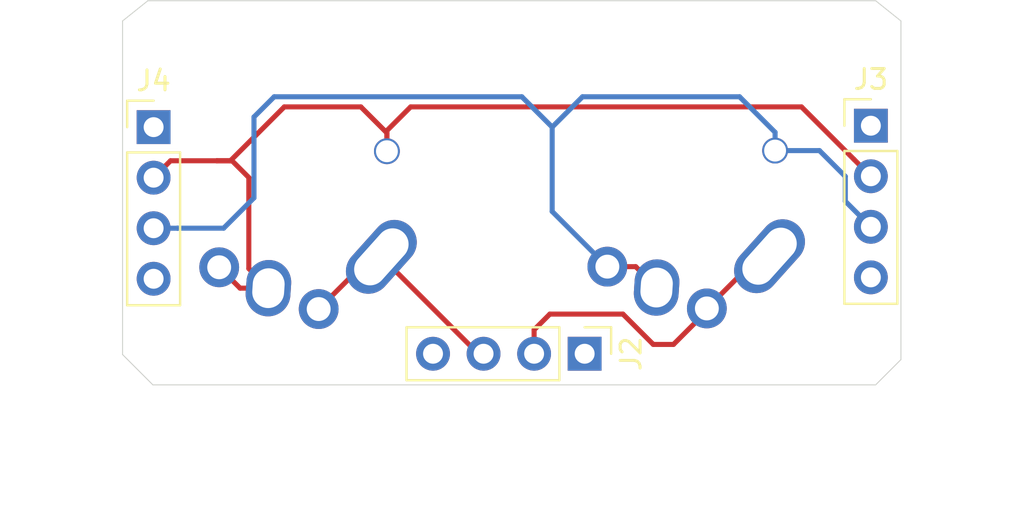
<source format=kicad_pcb>
(kicad_pcb (version 20171130) (host pcbnew "(5.1.4)-1")

  (general
    (thickness 1.6)
    (drawings 8)
    (tracks 51)
    (zones 0)
    (modules 5)
    (nets 11)
  )

  (page A4)
  (layers
    (0 F.Cu signal)
    (31 B.Cu signal)
    (32 B.Adhes user)
    (33 F.Adhes user)
    (34 B.Paste user)
    (35 F.Paste user)
    (36 B.SilkS user)
    (37 F.SilkS user)
    (38 B.Mask user)
    (39 F.Mask user)
    (40 Dwgs.User user)
    (41 Cmts.User user)
    (42 Eco1.User user)
    (43 Eco2.User user)
    (44 Edge.Cuts user)
    (45 Margin user)
    (46 B.CrtYd user)
    (47 F.CrtYd user)
    (48 B.Fab user)
    (49 F.Fab user)
  )

  (setup
    (last_trace_width 0.254)
    (trace_clearance 0.2)
    (zone_clearance 0.508)
    (zone_45_only no)
    (trace_min 0.2)
    (via_size 0.8)
    (via_drill 0.4)
    (via_min_size 0.4)
    (via_min_drill 0.3)
    (uvia_size 0.3)
    (uvia_drill 0.1)
    (uvias_allowed no)
    (uvia_min_size 0.2)
    (uvia_min_drill 0.1)
    (edge_width 0.05)
    (segment_width 0.2)
    (pcb_text_width 0.3)
    (pcb_text_size 1.5 1.5)
    (mod_edge_width 0.12)
    (mod_text_size 1 1)
    (mod_text_width 0.15)
    (pad_size 1.524 1.524)
    (pad_drill 0.762)
    (pad_to_mask_clearance 0.051)
    (solder_mask_min_width 0.25)
    (aux_axis_origin 0 0)
    (visible_elements 7FFFFFFF)
    (pcbplotparams
      (layerselection 0x010f0_ffffffff)
      (usegerberextensions true)
      (usegerberattributes false)
      (usegerberadvancedattributes false)
      (creategerberjobfile false)
      (excludeedgelayer true)
      (linewidth 0.100000)
      (plotframeref false)
      (viasonmask false)
      (mode 1)
      (useauxorigin false)
      (hpglpennumber 1)
      (hpglpenspeed 20)
      (hpglpendiameter 15.000000)
      (psnegative false)
      (psa4output false)
      (plotreference true)
      (plotvalue true)
      (plotinvisibletext false)
      (padsonsilk false)
      (subtractmaskfromsilk true)
      (outputformat 1)
      (mirror false)
      (drillshape 0)
      (scaleselection 1)
      (outputdirectory "Gerbers/ThumbKeys"))
  )

  (net 0 "")
  (net 1 COL5)
  (net 2 COL4)
  (net 3 TH35)
  (net 4 TH34)
  (net 5 "Net-(J2-Pad4)")
  (net 6 "Net-(J2-Pad1)")
  (net 7 "Net-(J3-Pad4)")
  (net 8 "Net-(J3-Pad1)")
  (net 9 "Net-(J4-Pad4)")
  (net 10 "Net-(J4-Pad1)")

  (net_class Default "This is the default net class."
    (clearance 0.2)
    (trace_width 0.254)
    (via_dia 0.8)
    (via_drill 0.4)
    (uvia_dia 0.3)
    (uvia_drill 0.1)
    (add_net COL4)
    (add_net COL5)
    (add_net "Net-(J2-Pad1)")
    (add_net "Net-(J2-Pad4)")
    (add_net "Net-(J3-Pad1)")
    (add_net "Net-(J3-Pad4)")
    (add_net "Net-(J4-Pad1)")
    (add_net "Net-(J4-Pad4)")
    (add_net TH34)
    (add_net TH35)
  )

  (net_class Power ""
    (clearance 0.2)
    (trace_width 0.5)
    (via_dia 0.8)
    (via_drill 0.4)
    (uvia_dia 0.3)
    (uvia_drill 0.1)
  )

  (module MX_Alps_Hybrid:MX-Alps-Choc-X-1U-NoLED (layer F.Cu) (tedit 5D8FF0D7) (tstamp 61D8A170)
    (at 114.961348 137.070919 180)
    (path /6171306D)
    (fp_text reference MX8 (at 0 3.175) (layer F.Fab)
      (effects (font (size 1 1) (thickness 0.15)))
    )
    (fp_text value MX-NoLED (at 0 -7.9375) (layer Dwgs.User)
      (effects (font (size 1 1) (thickness 0.15)))
    )
    (fp_line (start 5 -7) (end 7 -7) (layer Dwgs.User) (width 0.15))
    (fp_line (start 7 -7) (end 7 -5) (layer Dwgs.User) (width 0.15))
    (fp_line (start 5 7) (end 7 7) (layer Dwgs.User) (width 0.15))
    (fp_line (start 7 7) (end 7 5) (layer Dwgs.User) (width 0.15))
    (fp_line (start -7 5) (end -7 7) (layer Dwgs.User) (width 0.15))
    (fp_line (start -7 7) (end -5 7) (layer Dwgs.User) (width 0.15))
    (fp_line (start -5 -7) (end -7 -7) (layer Dwgs.User) (width 0.15))
    (fp_line (start -7 -7) (end -7 -5) (layer Dwgs.User) (width 0.15))
    (fp_line (start -9.525 -9.525) (end 9.525 -9.525) (layer Dwgs.User) (width 0.15))
    (fp_line (start 9.525 -9.525) (end 9.525 9.525) (layer Dwgs.User) (width 0.15))
    (fp_line (start 9.525 9.525) (end -9.525 9.525) (layer Dwgs.User) (width 0.15))
    (fp_line (start -9.525 9.525) (end -9.525 -9.525) (layer Dwgs.User) (width 0.15))
    (pad 1 thru_hole circle (at -3.429 2.032 180) (size 1.3 1.3) (drill 1.1) (layers *.Cu *.Mask)
      (net 4 TH34))
    (pad "" np_thru_hole oval (at -2.315 0.905 180) (size 0.5 4.1) (drill oval 0.5 4.1) (layers *.Cu *.Mask))
    (pad "" np_thru_hole oval (at 1.89 0.90416 180) (size 0.5 4.1) (drill oval 0.5 4.1) (layers *.Cu *.Mask))
    (pad "" np_thru_hole oval (at 2.285 0.905 180) (size 0.5 4.1) (drill oval 0.5 4.1) (layers *.Cu *.Mask))
    (pad "" np_thru_hole oval (at -0.015 2.705 180) (size 5.1 0.5) (drill oval 5.1 0.5) (layers *.Cu *.Mask))
    (pad "" np_thru_hole oval (at -0.015 -0.895 180) (size 5.1 0.5) (drill oval 5.1 0.5) (layers *.Cu *.Mask))
    (pad "" np_thru_hole oval (at -1.915 0.905 180) (size 0.5 4.1) (drill oval 0.5 4.1) (layers *.Cu *.Mask))
    (pad "" np_thru_hole oval (at -0.015 1.805 180) (size 5.1 1.5) (drill oval 5.1 1.5) (layers *.Cu *.Mask))
    (pad 2 thru_hole oval (at -3.15 -3.275 228.1) (size 4.211556 2.25) (drill oval 3.3 1.6) (layers *.Cu *.Mask)
      (net 2 COL4))
    (pad 1 thru_hole oval (at 2.525 -4.85 266.1) (size 2.831378 2.25) (drill oval 2 1.6) (layers *.Cu *.Mask)
      (net 4 TH34))
    (pad "" np_thru_hole oval (at 5.275 0 270) (size 1.75 2.175) (drill oval 1.75 2.175) (layers *.Cu *.Mask))
    (pad "" np_thru_hole oval (at -5.275 0 270) (size 1.75 2.175) (drill oval 1.75 2.175) (layers *.Cu *.Mask))
    (pad "" np_thru_hole circle (at 0 0 180) (size 3.9878 3.9878) (drill 3.9878) (layers *.Cu *.Mask))
    (pad 1 thru_hole circle (at 5 -3.799999 180) (size 2 2) (drill 1.2) (layers *.Cu *.Mask)
      (net 4 TH34))
    (pad 2 thru_hole circle (at 0 -5.9 180) (size 2 2) (drill 1.2) (layers *.Cu *.Mask)
      (net 2 COL4))
  )

  (module Connector_PinHeader_2.54mm:PinHeader_1x04_P2.54mm_Vertical (layer F.Cu) (tedit 59FED5CC) (tstamp 61D7ABBA)
    (at 87.158959 133.860357)
    (descr "Through hole straight pin header, 1x04, 2.54mm pitch, single row")
    (tags "Through hole pin header THT 1x04 2.54mm single row")
    (path /61D88A1F)
    (fp_text reference J4 (at 0 -2.33) (layer F.SilkS)
      (effects (font (size 1 1) (thickness 0.15)))
    )
    (fp_text value Conn_01x04_Female (at 0 9.95) (layer F.Fab)
      (effects (font (size 1 1) (thickness 0.15)))
    )
    (fp_text user %R (at 0 3.81 90) (layer F.Fab)
      (effects (font (size 1 1) (thickness 0.15)))
    )
    (fp_line (start 1.8 -1.8) (end -1.8 -1.8) (layer F.CrtYd) (width 0.05))
    (fp_line (start 1.8 9.4) (end 1.8 -1.8) (layer F.CrtYd) (width 0.05))
    (fp_line (start -1.8 9.4) (end 1.8 9.4) (layer F.CrtYd) (width 0.05))
    (fp_line (start -1.8 -1.8) (end -1.8 9.4) (layer F.CrtYd) (width 0.05))
    (fp_line (start -1.33 -1.33) (end 0 -1.33) (layer F.SilkS) (width 0.12))
    (fp_line (start -1.33 0) (end -1.33 -1.33) (layer F.SilkS) (width 0.12))
    (fp_line (start -1.33 1.27) (end 1.33 1.27) (layer F.SilkS) (width 0.12))
    (fp_line (start 1.33 1.27) (end 1.33 8.95) (layer F.SilkS) (width 0.12))
    (fp_line (start -1.33 1.27) (end -1.33 8.95) (layer F.SilkS) (width 0.12))
    (fp_line (start -1.33 8.95) (end 1.33 8.95) (layer F.SilkS) (width 0.12))
    (fp_line (start -1.27 -0.635) (end -0.635 -1.27) (layer F.Fab) (width 0.1))
    (fp_line (start -1.27 8.89) (end -1.27 -0.635) (layer F.Fab) (width 0.1))
    (fp_line (start 1.27 8.89) (end -1.27 8.89) (layer F.Fab) (width 0.1))
    (fp_line (start 1.27 -1.27) (end 1.27 8.89) (layer F.Fab) (width 0.1))
    (fp_line (start -0.635 -1.27) (end 1.27 -1.27) (layer F.Fab) (width 0.1))
    (pad 4 thru_hole oval (at 0 7.62) (size 1.7 1.7) (drill 1) (layers *.Cu *.Mask)
      (net 9 "Net-(J4-Pad4)"))
    (pad 3 thru_hole oval (at 0 5.08) (size 1.7 1.7) (drill 1) (layers *.Cu *.Mask)
      (net 4 TH34))
    (pad 2 thru_hole oval (at 0 2.54) (size 1.7 1.7) (drill 1) (layers *.Cu *.Mask)
      (net 3 TH35))
    (pad 1 thru_hole rect (at 0 0) (size 1.7 1.7) (drill 1) (layers *.Cu *.Mask)
      (net 10 "Net-(J4-Pad1)"))
    (model ${KISYS3DMOD}/Connector_PinHeader_2.54mm.3dshapes/PinHeader_1x04_P2.54mm_Vertical.wrl
      (at (xyz 0 0 0))
      (scale (xyz 1 1 1))
      (rotate (xyz 0 0 0))
    )
  )

  (module Connector_PinHeader_2.54mm:PinHeader_1x04_P2.54mm_Vertical (layer F.Cu) (tedit 59FED5CC) (tstamp 618FEDF1)
    (at 123.203628 133.788971)
    (descr "Through hole straight pin header, 1x04, 2.54mm pitch, single row")
    (tags "Through hole pin header THT 1x04 2.54mm single row")
    (path /6193AE0A)
    (fp_text reference J3 (at 0 -2.33) (layer F.SilkS)
      (effects (font (size 1 1) (thickness 0.15)))
    )
    (fp_text value Conn_01x04_Female (at 0 9.95) (layer F.Fab)
      (effects (font (size 1 1) (thickness 0.15)))
    )
    (fp_text user %R (at 0.000001 3.81 90) (layer F.Fab)
      (effects (font (size 1 1) (thickness 0.15)))
    )
    (fp_line (start 1.8 -1.8) (end -1.8 -1.8) (layer F.CrtYd) (width 0.05))
    (fp_line (start 1.8 9.4) (end 1.8 -1.8) (layer F.CrtYd) (width 0.05))
    (fp_line (start -1.8 9.4) (end 1.8 9.4) (layer F.CrtYd) (width 0.05))
    (fp_line (start -1.8 -1.8) (end -1.8 9.4) (layer F.CrtYd) (width 0.05))
    (fp_line (start -1.33 -1.33) (end 0 -1.33) (layer F.SilkS) (width 0.12))
    (fp_line (start -1.33 0) (end -1.33 -1.33) (layer F.SilkS) (width 0.12))
    (fp_line (start -1.33 1.27) (end 1.33 1.27) (layer F.SilkS) (width 0.12))
    (fp_line (start 1.33 1.27) (end 1.33 8.95) (layer F.SilkS) (width 0.12))
    (fp_line (start -1.33 1.27) (end -1.33 8.95) (layer F.SilkS) (width 0.12))
    (fp_line (start -1.33 8.95) (end 1.33 8.95) (layer F.SilkS) (width 0.12))
    (fp_line (start -1.27 -0.635) (end -0.635 -1.27) (layer F.Fab) (width 0.1))
    (fp_line (start -1.27 8.89) (end -1.27 -0.635) (layer F.Fab) (width 0.1))
    (fp_line (start 1.27 8.89) (end -1.27 8.89) (layer F.Fab) (width 0.1))
    (fp_line (start 1.27 -1.27) (end 1.27 8.89) (layer F.Fab) (width 0.1))
    (fp_line (start -0.635 -1.27) (end 1.27 -1.27) (layer F.Fab) (width 0.1))
    (pad 4 thru_hole oval (at 0 7.62) (size 1.7 1.7) (drill 1) (layers *.Cu *.Mask)
      (net 7 "Net-(J3-Pad4)"))
    (pad 3 thru_hole oval (at 0 5.08) (size 1.7 1.7) (drill 1) (layers *.Cu *.Mask)
      (net 4 TH34))
    (pad 2 thru_hole oval (at 0 2.54) (size 1.7 1.7) (drill 1) (layers *.Cu *.Mask)
      (net 3 TH35))
    (pad 1 thru_hole rect (at 0 0) (size 1.7 1.7) (drill 1) (layers *.Cu *.Mask)
      (net 8 "Net-(J3-Pad1)"))
    (model ${KISYS3DMOD}/Connector_PinHeader_2.54mm.3dshapes/PinHeader_1x04_P2.54mm_Vertical.wrl
      (at (xyz 0 0 0))
      (scale (xyz 1 1 1))
      (rotate (xyz 0 0 0))
    )
  )

  (module Connector_PinHeader_2.54mm:PinHeader_1x04_P2.54mm_Vertical (layer F.Cu) (tedit 59FED5CC) (tstamp 618FEDD9)
    (at 108.819934 145.248469 270)
    (descr "Through hole straight pin header, 1x04, 2.54mm pitch, single row")
    (tags "Through hole pin header THT 1x04 2.54mm single row")
    (path /6193A042)
    (fp_text reference J2 (at 0 -2.33 90) (layer F.SilkS)
      (effects (font (size 1 1) (thickness 0.15)))
    )
    (fp_text value Conn_01x04_Female (at 0 9.95 90) (layer F.Fab)
      (effects (font (size 1 1) (thickness 0.15)))
    )
    (fp_text user %R (at 0.000001 3.81) (layer F.Fab)
      (effects (font (size 1 1) (thickness 0.15)))
    )
    (fp_line (start 1.8 -1.8) (end -1.8 -1.8) (layer F.CrtYd) (width 0.05))
    (fp_line (start 1.8 9.4) (end 1.8 -1.8) (layer F.CrtYd) (width 0.05))
    (fp_line (start -1.8 9.4) (end 1.8 9.4) (layer F.CrtYd) (width 0.05))
    (fp_line (start -1.8 -1.8) (end -1.8 9.4) (layer F.CrtYd) (width 0.05))
    (fp_line (start -1.33 -1.33) (end 0 -1.33) (layer F.SilkS) (width 0.12))
    (fp_line (start -1.33 0) (end -1.33 -1.33) (layer F.SilkS) (width 0.12))
    (fp_line (start -1.33 1.27) (end 1.33 1.27) (layer F.SilkS) (width 0.12))
    (fp_line (start 1.33 1.27) (end 1.33 8.95) (layer F.SilkS) (width 0.12))
    (fp_line (start -1.33 1.27) (end -1.33 8.95) (layer F.SilkS) (width 0.12))
    (fp_line (start -1.33 8.95) (end 1.33 8.95) (layer F.SilkS) (width 0.12))
    (fp_line (start -1.27 -0.635) (end -0.635 -1.27) (layer F.Fab) (width 0.1))
    (fp_line (start -1.27 8.89) (end -1.27 -0.635) (layer F.Fab) (width 0.1))
    (fp_line (start 1.27 8.89) (end -1.27 8.89) (layer F.Fab) (width 0.1))
    (fp_line (start 1.27 -1.27) (end 1.27 8.89) (layer F.Fab) (width 0.1))
    (fp_line (start -0.635 -1.27) (end 1.27 -1.27) (layer F.Fab) (width 0.1))
    (pad 4 thru_hole oval (at 0 7.62 270) (size 1.7 1.7) (drill 1) (layers *.Cu *.Mask)
      (net 5 "Net-(J2-Pad4)"))
    (pad 3 thru_hole oval (at 0 5.08 270) (size 1.7 1.7) (drill 1) (layers *.Cu *.Mask)
      (net 1 COL5))
    (pad 2 thru_hole oval (at 0 2.54 270) (size 1.7 1.7) (drill 1) (layers *.Cu *.Mask)
      (net 2 COL4))
    (pad 1 thru_hole rect (at 0 0 270) (size 1.7 1.7) (drill 1) (layers *.Cu *.Mask)
      (net 6 "Net-(J2-Pad1)"))
    (model ${KISYS3DMOD}/Connector_PinHeader_2.54mm.3dshapes/PinHeader_1x04_P2.54mm_Vertical.wrl
      (at (xyz 0 0 0))
      (scale (xyz 1 1 1))
      (rotate (xyz 0 0 0))
    )
  )

  (module MX_Alps_Hybrid:MX-Alps-Choc-X-1U-NoLED (layer F.Cu) (tedit 5D8FF0D7) (tstamp 61D87F7A)
    (at 95.453622 137.102695 180)
    (path /61713060)
    (fp_text reference MX4 (at 0 3.175) (layer F.Fab)
      (effects (font (size 1 1) (thickness 0.15)))
    )
    (fp_text value MX-NoLED (at 0 -7.9375) (layer Dwgs.User)
      (effects (font (size 1 1) (thickness 0.15)))
    )
    (fp_line (start 5 -7) (end 7 -7) (layer Dwgs.User) (width 0.15))
    (fp_line (start 7 -7) (end 7 -5) (layer Dwgs.User) (width 0.15))
    (fp_line (start 5 7) (end 7 7) (layer Dwgs.User) (width 0.15))
    (fp_line (start 7 7) (end 7 5) (layer Dwgs.User) (width 0.15))
    (fp_line (start -7 5) (end -7 7) (layer Dwgs.User) (width 0.15))
    (fp_line (start -7 7) (end -5 7) (layer Dwgs.User) (width 0.15))
    (fp_line (start -5 -7) (end -7 -7) (layer Dwgs.User) (width 0.15))
    (fp_line (start -7 -7) (end -7 -5) (layer Dwgs.User) (width 0.15))
    (fp_line (start -9.525 -9.525) (end 9.525 -9.525) (layer Dwgs.User) (width 0.15))
    (fp_line (start 9.525 -9.525) (end 9.525 9.525) (layer Dwgs.User) (width 0.15))
    (fp_line (start 9.525 9.525) (end -9.525 9.525) (layer Dwgs.User) (width 0.15))
    (fp_line (start -9.525 9.525) (end -9.525 -9.525) (layer Dwgs.User) (width 0.15))
    (pad 1 thru_hole circle (at -3.429 2.032 180) (size 1.3 1.3) (drill 1.1) (layers *.Cu *.Mask)
      (net 3 TH35))
    (pad "" np_thru_hole oval (at -2.315 0.905 180) (size 0.5 4.1) (drill oval 0.5 4.1) (layers *.Cu *.Mask))
    (pad "" np_thru_hole oval (at 1.89 0.90416 180) (size 0.5 4.1) (drill oval 0.5 4.1) (layers *.Cu *.Mask))
    (pad "" np_thru_hole oval (at 2.285 0.905 180) (size 0.5 4.1) (drill oval 0.5 4.1) (layers *.Cu *.Mask))
    (pad "" np_thru_hole oval (at -0.015 2.705 180) (size 5.1 0.5) (drill oval 5.1 0.5) (layers *.Cu *.Mask))
    (pad "" np_thru_hole oval (at -0.015 -0.895 180) (size 5.1 0.5) (drill oval 5.1 0.5) (layers *.Cu *.Mask))
    (pad "" np_thru_hole oval (at -1.915 0.905 180) (size 0.5 4.1) (drill oval 0.5 4.1) (layers *.Cu *.Mask))
    (pad "" np_thru_hole oval (at -0.015 1.805 180) (size 5.1 1.5) (drill oval 5.1 1.5) (layers *.Cu *.Mask))
    (pad 2 thru_hole oval (at -3.15 -3.275 228.1) (size 4.211556 2.25) (drill oval 3.3 1.6) (layers *.Cu *.Mask)
      (net 1 COL5))
    (pad 1 thru_hole oval (at 2.525 -4.85 266.1) (size 2.831378 2.25) (drill oval 2 1.6) (layers *.Cu *.Mask)
      (net 3 TH35))
    (pad "" np_thru_hole oval (at 5.275 0 270) (size 1.75 2.175) (drill oval 1.75 2.175) (layers *.Cu *.Mask))
    (pad "" np_thru_hole oval (at -5.275 0 270) (size 1.75 2.175) (drill oval 1.75 2.175) (layers *.Cu *.Mask))
    (pad "" np_thru_hole circle (at 0 0 180) (size 3.9878 3.9878) (drill 3.9878) (layers *.Cu *.Mask))
    (pad 1 thru_hole circle (at 5 -3.799999 180) (size 2 2) (drill 1.2) (layers *.Cu *.Mask)
      (net 3 TH35))
    (pad 2 thru_hole circle (at 0 -5.9 180) (size 2 2) (drill 1.2) (layers *.Cu *.Mask)
      (net 1 COL5))
  )

  (gr_line (start 85.598 128.524) (end 85.598 145.288) (layer Edge.Cuts) (width 0.05) (tstamp 61D9C6C1))
  (gr_line (start 86.868 127.508) (end 85.598 128.524) (layer Edge.Cuts) (width 0.05))
  (gr_line (start 123.444 127.508) (end 86.868 127.508) (layer Edge.Cuts) (width 0.05))
  (gr_line (start 124.714 128.524) (end 123.444 127.508) (layer Edge.Cuts) (width 0.05))
  (gr_line (start 124.714 145.542) (end 124.714 128.524) (layer Edge.Cuts) (width 0.05))
  (gr_line (start 123.444 146.812) (end 124.714 145.542) (layer Edge.Cuts) (width 0.05))
  (gr_line (start 87.122 146.812) (end 123.444 146.812) (layer Edge.Cuts) (width 0.05))
  (gr_line (start 85.598 145.288) (end 87.122 146.812) (layer Edge.Cuts) (width 0.05))

  (segment (start 98.078622 140.377695) (end 98.603622 140.377695) (width 0.254) (layer F.Cu) (net 1))
  (segment (start 95.453622 143.002695) (end 98.078622 140.377695) (width 0.254) (layer F.Cu) (net 1))
  (segment (start 103.474396 145.248469) (end 103.739934 145.248469) (width 0.254) (layer F.Cu) (net 1))
  (segment (start 98.603622 140.377695) (end 103.474396 145.248469) (width 0.254) (layer F.Cu) (net 1))
  (segment (start 117.586348 140.345919) (end 118.111348 140.345919) (width 0.254) (layer F.Cu) (net 2))
  (segment (start 114.961348 142.970919) (end 117.586348 140.345919) (width 0.254) (layer F.Cu) (net 2))
  (segment (start 106.279934 145.248469) (end 106.279934 144.046388) (width 0.254) (layer F.Cu) (net 2))
  (segment (start 107.070322 143.256) (end 110.744 143.256) (width 0.254) (layer F.Cu) (net 2))
  (segment (start 114.961348 143.102652) (end 114.961348 142.970919) (width 0.254) (layer F.Cu) (net 2))
  (segment (start 110.744 143.256) (end 112.268 144.78) (width 0.254) (layer F.Cu) (net 2))
  (segment (start 112.268 144.78) (end 113.284 144.78) (width 0.254) (layer F.Cu) (net 2))
  (segment (start 106.279934 144.046388) (end 107.070322 143.256) (width 0.254) (layer F.Cu) (net 2))
  (segment (start 113.284 144.78) (end 114.961348 143.102652) (width 0.254) (layer F.Cu) (net 2))
  (segment (start 91.503623 141.952695) (end 92.928622 141.952695) (width 0.254) (layer F.Cu) (net 3))
  (segment (start 90.453622 140.902694) (end 91.503623 141.952695) (width 0.254) (layer F.Cu) (net 3))
  (segment (start 87.158959 136.400357) (end 88.008958 135.550358) (width 0.254) (layer F.Cu) (net 3))
  (segment (start 88.008958 135.550358) (end 90.338358 135.550358) (width 0.254) (layer F.Cu) (net 3))
  (segment (start 91.94268 140.966753) (end 92.928622 141.952695) (width 0.254) (layer F.Cu) (net 3))
  (segment (start 91.94268 136.39268) (end 91.94268 140.966753) (width 0.254) (layer F.Cu) (net 3))
  (segment (start 90.338358 135.550358) (end 91.100358 135.550358) (width 0.254) (layer F.Cu) (net 3))
  (segment (start 91.100358 135.550358) (end 91.94268 136.39268) (width 0.254) (layer F.Cu) (net 3))
  (segment (start 98.882622 134.151457) (end 98.882622 135.070695) (width 0.254) (layer F.Cu) (net 3))
  (segment (start 97.573165 132.842) (end 98.882622 134.151457) (width 0.254) (layer F.Cu) (net 3))
  (segment (start 93.726 132.842) (end 97.573165 132.842) (width 0.254) (layer F.Cu) (net 3))
  (segment (start 90.338358 135.550358) (end 91.017642 135.550358) (width 0.254) (layer F.Cu) (net 3))
  (segment (start 91.017642 135.550358) (end 93.726 132.842) (width 0.254) (layer F.Cu) (net 3))
  (segment (start 122.353629 135.478972) (end 123.203628 136.328971) (width 0.254) (layer F.Cu) (net 3))
  (segment (start 119.716657 132.842) (end 122.353629 135.478972) (width 0.254) (layer F.Cu) (net 3))
  (segment (start 100.076 132.842) (end 119.716657 132.842) (width 0.254) (layer F.Cu) (net 3))
  (segment (start 98.882622 135.070695) (end 98.882622 134.035378) (width 0.254) (layer F.Cu) (net 3))
  (segment (start 98.882622 134.035378) (end 100.076 132.842) (width 0.254) (layer F.Cu) (net 3))
  (segment (start 111.386347 140.870918) (end 112.436348 141.920919) (width 0.254) (layer F.Cu) (net 4))
  (segment (start 109.961348 140.870918) (end 111.386347 140.870918) (width 0.254) (layer F.Cu) (net 4))
  (segment (start 88.36104 138.940357) (end 88.363397 138.938) (width 0.254) (layer B.Cu) (net 4))
  (segment (start 87.158959 138.940357) (end 88.36104 138.940357) (width 0.254) (layer B.Cu) (net 4))
  (segment (start 90.678 138.938) (end 92.202 137.414) (width 0.254) (layer B.Cu) (net 4))
  (segment (start 88.363397 138.938) (end 90.678 138.938) (width 0.254) (layer B.Cu) (net 4))
  (segment (start 92.202 137.414) (end 92.202 133.35) (width 0.254) (layer B.Cu) (net 4))
  (segment (start 92.202 133.35) (end 93.218 132.334) (width 0.254) (layer B.Cu) (net 4))
  (segment (start 93.218 132.334) (end 105.664 132.334) (width 0.254) (layer B.Cu) (net 4))
  (segment (start 105.664 132.334) (end 107.188 133.858) (width 0.254) (layer B.Cu) (net 4))
  (segment (start 107.188 138.09757) (end 109.961348 140.870918) (width 0.254) (layer B.Cu) (net 4))
  (segment (start 107.188 133.858) (end 107.188 138.09757) (width 0.254) (layer B.Cu) (net 4))
  (segment (start 121.92 137.585343) (end 123.203628 138.868971) (width 0.254) (layer B.Cu) (net 4))
  (segment (start 121.92 136.338653) (end 121.92 137.585343) (width 0.254) (layer B.Cu) (net 4))
  (segment (start 118.390348 135.038919) (end 120.620266 135.038919) (width 0.254) (layer B.Cu) (net 4))
  (segment (start 120.620266 135.038919) (end 121.92 136.338653) (width 0.254) (layer B.Cu) (net 4))
  (segment (start 118.390348 134.119681) (end 118.390348 135.038919) (width 0.254) (layer B.Cu) (net 4))
  (segment (start 116.604667 132.334) (end 118.390348 134.119681) (width 0.254) (layer B.Cu) (net 4))
  (segment (start 107.188 133.858) (end 108.712 132.334) (width 0.254) (layer B.Cu) (net 4))
  (segment (start 108.712 132.334) (end 116.604667 132.334) (width 0.254) (layer B.Cu) (net 4))

)

</source>
